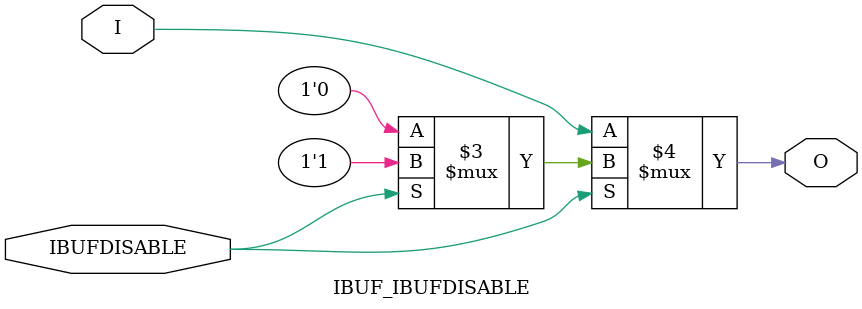
<source format=v>

`timescale  1 ps / 1 ps

`celldefine

module IBUF_IBUFDISABLE (O, I, IBUFDISABLE);

    parameter IBUF_LOW_PWR = "TRUE";
    parameter IOSTANDARD = "DEFAULT";
    parameter SIM_DEVICE = "7SERIES";
    parameter USE_IBUFDISABLE = "TRUE";
`ifdef XIL_TIMING
    parameter LOC = "UNPLACED";
`endif // `ifdef XIL_TIMING
    
    output O;

    input  I;
    input  IBUFDISABLE;

    generate
       case (USE_IBUFDISABLE)
          "TRUE" :  begin
                        assign O = (IBUFDISABLE == 0)? I : (IBUFDISABLE == 1)? 1'b1  : 1'b0;
                    end
          "FALSE" : begin
                        assign O = I;
                    end
       endcase
    endgenerate

endmodule

`endcelldefine

</source>
